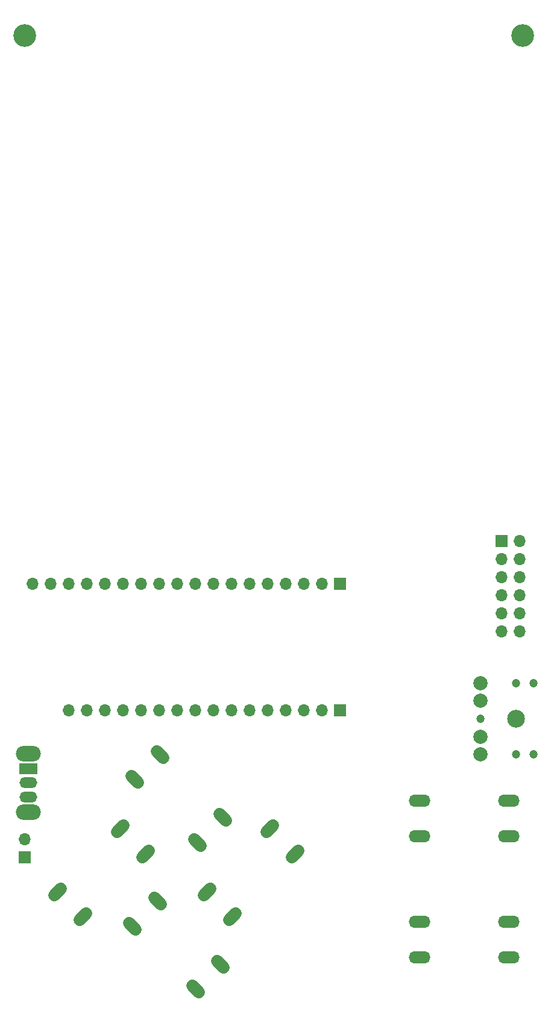
<source format=gbs>
G04 #@! TF.FileFunction,Soldermask,Bot*
%FSLAX46Y46*%
G04 Gerber Fmt 4.6, Leading zero omitted, Abs format (unit mm)*
G04 Created by KiCad (PCBNEW 4.0.7) date Mon Feb 12 17:44:01 2018*
%MOMM*%
%LPD*%
G01*
G04 APERTURE LIST*
%ADD10C,0.100000*%
%ADD11R,1.700000X1.700000*%
%ADD12O,1.700000X1.700000*%
%ADD13C,2.500000*%
%ADD14C,2.000000*%
%ADD15C,1.200000*%
%ADD16O,3.048000X1.727200*%
%ADD17C,1.727200*%
%ADD18R,2.500000X1.500000*%
%ADD19O,2.500000X1.500000*%
%ADD20O,3.500000X2.200000*%
%ADD21C,3.200000*%
G04 APERTURE END LIST*
D10*
D11*
X73000000Y-150500000D03*
D12*
X73000000Y-147960000D03*
D11*
X140000000Y-106000000D03*
D12*
X142540000Y-106000000D03*
X140000000Y-108540000D03*
X142540000Y-108540000D03*
X140000000Y-111080000D03*
X142540000Y-111080000D03*
X140000000Y-113620000D03*
X142540000Y-113620000D03*
X140000000Y-116160000D03*
X142540000Y-116160000D03*
X140000000Y-118700000D03*
X142540000Y-118700000D03*
D13*
X142000000Y-131000000D03*
D14*
X137000000Y-133500000D03*
X137000000Y-136000000D03*
X137000000Y-128500000D03*
X137000000Y-126000000D03*
D15*
X142000000Y-136000000D03*
X144500000Y-136000000D03*
X142000000Y-126000000D03*
X144500000Y-126000000D03*
X137000000Y-131000000D03*
D16*
X128500000Y-147500000D03*
X128500000Y-142500000D03*
X141000000Y-147500000D03*
X141000000Y-142500000D03*
X128500000Y-164500000D03*
X128500000Y-159500000D03*
X141000000Y-164500000D03*
X141000000Y-159500000D03*
D17*
X88628138Y-160628138D02*
X87694192Y-159694192D01*
X92163672Y-157092604D02*
X91229726Y-156158658D01*
X97466973Y-169466973D02*
X96533027Y-168533027D01*
X101002507Y-165931439D02*
X100068561Y-164997493D01*
X102628138Y-158371862D02*
X101694192Y-159305808D01*
X99092604Y-154836328D02*
X98158658Y-155770274D01*
X111466973Y-149533027D02*
X110533027Y-150466973D01*
X107931439Y-145997493D02*
X106997493Y-146931439D01*
X100371862Y-144371862D02*
X101305808Y-145305808D01*
X96836328Y-147907396D02*
X97770274Y-148841342D01*
X91533027Y-135533027D02*
X92466973Y-136466973D01*
X87997493Y-139068561D02*
X88931439Y-140002507D01*
X81628138Y-158371862D02*
X80694192Y-159305808D01*
X78092604Y-154836328D02*
X77158658Y-155770274D01*
X90466973Y-149533027D02*
X89533027Y-150466973D01*
X86931439Y-145997493D02*
X85997493Y-146931439D01*
D18*
X73500000Y-138000000D03*
D19*
X73500000Y-140000000D03*
X73500000Y-142000000D03*
D20*
X73500000Y-135900000D03*
X73500000Y-144100000D03*
D11*
X117320000Y-129780000D03*
D12*
X114780000Y-129780000D03*
X112240000Y-129780000D03*
X109700000Y-129780000D03*
X107160000Y-129780000D03*
X104620000Y-129780000D03*
X102080000Y-129780000D03*
X99540000Y-129780000D03*
X97000000Y-129780000D03*
X94460000Y-129780000D03*
X91920000Y-129780000D03*
X89380000Y-129780000D03*
X86840000Y-129780000D03*
X84300000Y-129780000D03*
X81760000Y-129780000D03*
X79220000Y-129780000D03*
D11*
X117320000Y-112000000D03*
D12*
X114780000Y-112000000D03*
X112240000Y-112000000D03*
X109700000Y-112000000D03*
X107160000Y-112000000D03*
X104620000Y-112000000D03*
X102080000Y-112000000D03*
X99540000Y-112000000D03*
X97000000Y-112000000D03*
X94460000Y-112000000D03*
X91920000Y-112000000D03*
X89380000Y-112000000D03*
X86840000Y-112000000D03*
X84300000Y-112000000D03*
X81760000Y-112000000D03*
X79220000Y-112000000D03*
X76680000Y-112000000D03*
X74140000Y-112000000D03*
D21*
X73000000Y-35000000D03*
X143000000Y-35000000D03*
M02*

</source>
